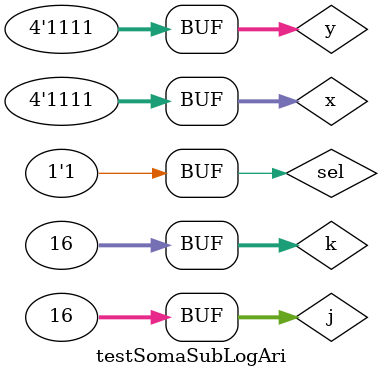
<source format=v>

module MS (Soma, Cout, x, y);

output Cout, Soma;
input x, y;

xor XOR1 (Soma, x, y);
and AND1 (Cout, x, y);

endmodule // MS

module SC (Soma1, Cout1, x1, y1, Cin);

output Cout1, Soma1;
input x1, y1, Cin;
wire t1, t2, t3;

MS MS1 (t2, t1, x1, y1);
MS MS2 (Soma1, t3, Cin, t2);
or Or1 (Cout1, t3, t1);

endmodule // SC

module compLogico (s, a, b);

output s;
input [3:0]a;
input [3:0]b;
wire t1, t2, t3, t4;

xnor XNOR1 (t1, a[0], b[0]);
xnor XNOR2 (t2, a[1], b[1]);
xnor XNOR3 (t3, a[2], b[2]);
xnor XNOR4 (t4, a[3], b[3]);
and AND1 (s, t1, t2, t3, t4);

endmodule // compLogico

module compAritmetico (menor, maior, a, b);

output menor, maior;
input [3:0]a;
input [3:0]b;
wire t[0:7];
wire t1, t2, t3, t4;


xnor XNOR2 (t2, a[1], b[1]);
xnor XNOR3 (t3, a[2], b[2]);
xnor XNOR4 (t4, a[3], b[3]);

and AND1 (t[0], a[0], ~b[0], t4, t3, t2);
and AND2 (t[1], a[1], ~b[1], t4, t3);
and AND3 (t[2], a[2], ~b[2], t4);
and AND4 (t[3], a[3], ~b[3]);

or OR1 (maior, t[0], t[1], t[2], t[3]);

and AND5 (t[4], ~a[0], b[0], t4, t3, t2);
and AND6 (t[5], ~a[1], b[1], t4, t3);
and AND7 (t[6], ~a[2], b[2], t4);
and AND8 (t[7], ~a[3], b[3]);

or OR2 (menor, t[4], t[5], t[6], t[7]);

endmodule // compAritmetico

module SomaSubLogAri (maior, menor, s1, s, vout, a, b, sel);

output vout, s1, maior, menor; 
output [3:0]s;
input sel;
input [3:0]a;
input [3:0]b; 
wire v[0:6];

xor XOR1 (v[0], sel, b[0]);
xor XOR2 (v[1], sel, b[1]);
xor XOR3 (v[2], sel, b[2]);
xor XOR4 (v[3], sel, b[3]);

SC SC0 (s[0], v[4], a[0], v[0], sel);
SC SC1 (s[1], v[5], a[1], v[1], v[4]);
SC SC2 (s[2], v[6], a[2], v[2], v[5]);
SC SC3 (s[3], vout, a[3], v[3], v[6]);


compLogico compLogico1 (s1, a, b);

compAritmetico CA (menor, maior, a, b);

endmodule // SomaSubLogAri

// -- test Somador subtrator 4 bits comp aritmetico

module testSomaSubLogAri;

reg [3:0]x;
reg [3:0]y;
reg sel;
wire [3:0]s;
wire s1;
wire cout, maior, menor;
integer j, k;

// instancia 
SomaSubLogAri SC41 (maior, menor, s1, s, cout, x, y, sel);

// parte principal

initial begin
sel = 0;
x = 0;
y = 0;
j = 0;

end

 initial begin 

      $display("Test Somador Completo 4 bits com comparador logico e aritmetico\n");      
		$display("\nSel       a      b      Cout   Soma/Subt   a = b   a > b   a < b\n");
      $monitor("%b     %4b    %4b     %b     %4b       %b          %b       %b" , sel, x, y, cout, s, s1, maior, menor);
		
		for (j = 0; j < 16; j = j + 1) begin
					
			#1 x = j;		
													
				for (k = 0; k < 16; k = k + 1) begin
		
					#1 y = k; 					
								
			   end
				
		   end
					
			for (j = 0; j < 16; j = j + 1) begin
					
			#1 x = j; sel = 1;
													
				for (k = 0; k < 16; k = k + 1) begin
		
					#1 y = k; 					
								
			   end
		
	   end		
				
  end
 
endmodule // testSomaSubLogAri 

</source>
